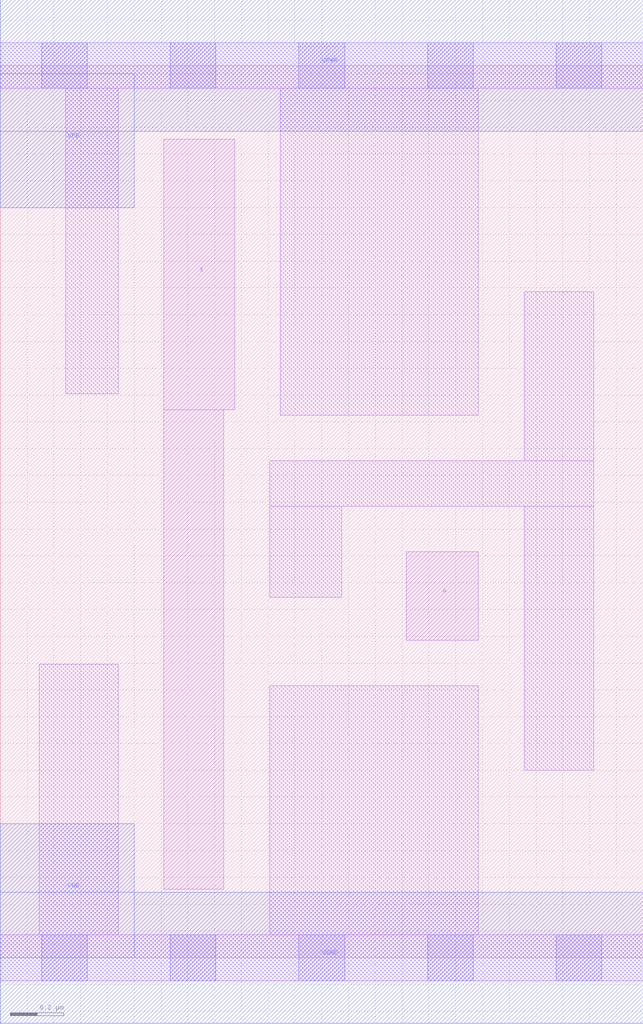
<source format=lef>
# Copyright 2020 The SkyWater PDK Authors
#
# Licensed under the Apache License, Version 2.0 (the "License");
# you may not use this file except in compliance with the License.
# You may obtain a copy of the License at
#
#     https://www.apache.org/licenses/LICENSE-2.0
#
# Unless required by applicable law or agreed to in writing, software
# distributed under the License is distributed on an "AS IS" BASIS,
# WITHOUT WARRANTIES OR CONDITIONS OF ANY KIND, either express or implied.
# See the License for the specific language governing permissions and
# limitations under the License.
#
# SPDX-License-Identifier: Apache-2.0

VERSION 5.5 ;
NAMESCASESENSITIVE ON ;
BUSBITCHARS "[]" ;
DIVIDERCHAR "/" ;
MACRO sky130_fd_sc_lp__buf_2
  CLASS CORE ;
  SOURCE USER ;
  ORIGIN  0.000000  0.000000 ;
  SIZE  2.400000 BY  3.330000 ;
  SYMMETRY X Y R90 ;
  SITE unit ;
  PIN A
    ANTENNAGATEAREA  0.159000 ;
    DIRECTION INPUT ;
    USE SIGNAL ;
    PORT
      LAYER li1 ;
        RECT 1.515000 1.185000 1.785000 1.515000 ;
    END
  END A
  PIN X
    ANTENNADIFFAREA  0.588000 ;
    DIRECTION OUTPUT ;
    USE SIGNAL ;
    PORT
      LAYER li1 ;
        RECT 0.610000 0.255000 0.835000 2.045000 ;
        RECT 0.610000 2.045000 0.875000 3.055000 ;
    END
  END X
  PIN VGND
    DIRECTION INOUT ;
    USE GROUND ;
    PORT
      LAYER met1 ;
        RECT 0.000000 -0.245000 2.400000 0.245000 ;
    END
  END VGND
  PIN VNB
    DIRECTION INOUT ;
    USE GROUND ;
    PORT
    END
  END VNB
  PIN VPB
    DIRECTION INOUT ;
    USE POWER ;
    PORT
    END
  END VPB
  PIN VNB
    DIRECTION INOUT ;
    USE GROUND ;
    PORT
      LAYER met1 ;
        RECT 0.000000 0.000000 0.500000 0.500000 ;
    END
  END VNB
  PIN VPB
    DIRECTION INOUT ;
    USE POWER ;
    PORT
      LAYER met1 ;
        RECT 0.000000 2.800000 0.500000 3.300000 ;
    END
  END VPB
  PIN VPWR
    DIRECTION INOUT ;
    USE POWER ;
    PORT
      LAYER met1 ;
        RECT 0.000000 3.085000 2.400000 3.575000 ;
    END
  END VPWR
  OBS
    LAYER li1 ;
      RECT 0.000000 -0.085000 2.400000 0.085000 ;
      RECT 0.000000  3.245000 2.400000 3.415000 ;
      RECT 0.145000  0.085000 0.440000 1.095000 ;
      RECT 0.245000  2.105000 0.440000 3.245000 ;
      RECT 1.005000  0.085000 1.785000 1.015000 ;
      RECT 1.005000  1.345000 1.275000 1.685000 ;
      RECT 1.005000  1.685000 2.215000 1.855000 ;
      RECT 1.045000  2.025000 1.785000 3.245000 ;
      RECT 1.955000  0.700000 2.215000 1.685000 ;
      RECT 1.955000  1.855000 2.215000 2.485000 ;
    LAYER mcon ;
      RECT 0.155000 -0.085000 0.325000 0.085000 ;
      RECT 0.155000  3.245000 0.325000 3.415000 ;
      RECT 0.635000 -0.085000 0.805000 0.085000 ;
      RECT 0.635000  3.245000 0.805000 3.415000 ;
      RECT 1.115000 -0.085000 1.285000 0.085000 ;
      RECT 1.115000  3.245000 1.285000 3.415000 ;
      RECT 1.595000 -0.085000 1.765000 0.085000 ;
      RECT 1.595000  3.245000 1.765000 3.415000 ;
      RECT 2.075000 -0.085000 2.245000 0.085000 ;
      RECT 2.075000  3.245000 2.245000 3.415000 ;
  END
END sky130_fd_sc_lp__buf_2
END LIBRARY

</source>
